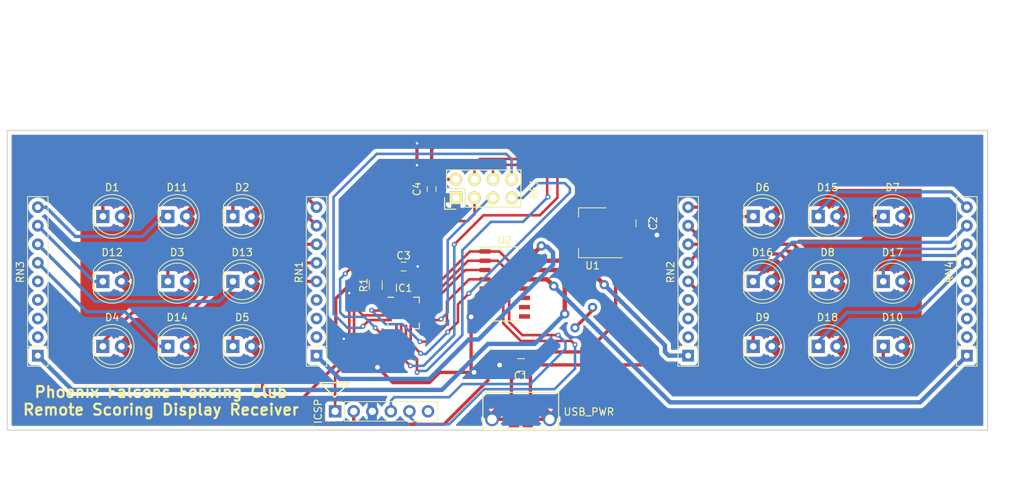
<source format=kicad_pcb>
(kicad_pcb (version 20171130) (host pcbnew "(5.1.8)-1")
  (title_block (title "Wireless Fencing Score Indicator - Receiver") (date 2018-03-03) (rev 1) (company "David Rice - github.com/davidsmakerworks"))
  (layers (0 F.Cu signal) (31 B.Cu signal) (34 B.Paste user) (35 F.Paste user) (36 B.SilkS user) (37 F.SilkS user) (38 B.Mask user) (39 F.Mask user) (44 Edge.Cuts user))
  (net 0 "")
  (net 1 +5V)
  (net 2 GND)
  (net 3 +3V3)
  (net 4 "Net-(D1-Pad1)")
  (net 5 "Net-(D2-Pad1)")
  (net 6 "Net-(D3-Pad1)")
  (net 7 "Net-(D4-Pad1)")
  (net 8 "Net-(D5-Pad1)")
  (net 9 "Net-(D6-Pad1)")
  (net 10 "Net-(D7-Pad1)")
  (net 11 "Net-(D8-Pad1)")
  (net 12 "Net-(D9-Pad1)")
  (net 13 "Net-(D10-Pad1)")
  (net 14 "Net-(D11-Pad1)")
  (net 15 "Net-(D12-Pad1)")
  (net 16 "Net-(D13-Pad1)")
  (net 17 "Net-(D14-Pad1)")
  (net 18 "Net-(D15-Pad1)")
  (net 19 "Net-(D16-Pad1)")
  (net 20 "Net-(D17-Pad1)")
  (net 21 "Net-(D18-Pad1)")
  (net 22 "Net-(IC1-Pad1)")
  (net 23 "Net-(IC1-Pad2)")
  (net 24 "Net-(IC1-Pad3)")
  (net 25 "Net-(IC1-Pad4)")
  (net 26 "Net-(IC1-Pad5)")
  (net 27 "Net-(IC1-Pad6)")
  (net 28 "Net-(IC1-Pad7)")
  (net 29 "Net-(IC1-Pad8)")
  (net 30 "Net-(IC1-Pad9)")
  (net 31 "Net-(IC1-Pad10)")
  (net 32 "Net-(IC1-Pad11)")
  (net 33 "Net-(IC1-Pad12)")
  (net 34 "Net-(IC1-Pad14)")
  (net 35 "Net-(IC1-Pad15)")
  (net 36 "Net-(J1-Pad2)")
  (net 37 "Net-(J1-Pad4)")
  (net 38 "Net-(J1-Pad3)")
  (net 39 "Net-(J2-Pad6)")
  (net 40 "Net-(RN1-Pad1)")
  (net 41 "Net-(RN1-Pad2)")
  (net 42 "Net-(RN1-Pad3)")
  (net 43 "Net-(RN1-Pad4)")
  (net 44 "Net-(RN2-Pad1)")
  (net 45 "Net-(RN2-Pad2)")
  (net 46 "Net-(RN2-Pad3)")
  (net 47 "Net-(RN2-Pad4)")
  (net 48 "Net-(RN3-Pad1)")
  (net 49 "Net-(RN3-Pad2)")
  (net 50 "Net-(RN3-Pad3)")
  (net 51 "Net-(RN3-Pad4)")
  (net 52 "Net-(RN3-Pad5)")
  (net 53 "Net-(RN4-Pad1)")
  (net 54 "Net-(RN4-Pad2)")
  (net 55 "Net-(RN4-Pad3)")
  (net 56 "Net-(RN4-Pad4)")
  (net 57 "Net-(RN4-Pad5)")
  (net 58 "Net-(U1-Pad4)")
  (net 59 "Net-(U2-Pad5)")
  (net 60 "Net-(U2-Pad6)")
  (net 61 "Net-(U2-Pad7)")
  (net 62 "Net-(U2-Pad9)")
  (net 63 "Net-(U2-Pad10)")
  (net 64 "Net-(U2-Pad11)")
  (net 65 "Net-(U2-Pad12)")
  (module Housings_DFN_QFN:QFN-16-1EP_4x4mm_Pitch0.65mm (layer F.Cu) (at 140.17 124.97)
    (fp_text reference IC1 (at 0 -3.4) (layer F.SilkS))
    (fp_text value PIC16F18323-I/JQ)
    (pad 1 smd rect (at -2 -0.975) (size 0.8 0.35) (layers F.Cu F.Paste F.Mask) (net 22 "Net-(IC1-Pad1)"))
    (pad 2 smd rect (at -2 -0.325) (size 0.8 0.35) (layers F.Cu F.Paste F.Mask) (net 23 "Net-(IC1-Pad2)"))
    (pad 3 smd rect (at -2 0.325) (size 0.8 0.35) (layers F.Cu F.Paste F.Mask) (net 24 "Net-(IC1-Pad3)"))
    (pad 4 smd rect (at -2 0.975) (size 0.8 0.35) (layers F.Cu F.Paste F.Mask) (net 25 "Net-(IC1-Pad4)"))
    (pad 5 smd rect (at -0.975 2 90) (size 0.8 0.35) (layers F.Cu F.Paste F.Mask) (net 26 "Net-(IC1-Pad5)"))
    (pad 6 smd rect (at -0.325 2 90) (size 0.8 0.35) (layers F.Cu F.Paste F.Mask) (net 27 "Net-(IC1-Pad6)"))
    (pad 7 smd rect (at 0.325 2 90) (size 0.8 0.35) (layers F.Cu F.Paste F.Mask) (net 28 "Net-(IC1-Pad7)"))
    (pad 8 smd rect (at 0.975 2 90) (size 0.8 0.35) (layers F.Cu F.Paste F.Mask) (net 29 "Net-(IC1-Pad8)"))
    (pad 9 smd rect (at 2 0.975) (size 0.8 0.35) (layers F.Cu F.Paste F.Mask) (net 30 "Net-(IC1-Pad9)"))
    (pad 10 smd rect (at 2 0.325) (size 0.8 0.35) (layers F.Cu F.Paste F.Mask) (net 31 "Net-(IC1-Pad10)"))
    (pad 11 smd rect (at 2 -0.325) (size 0.8 0.35) (layers F.Cu F.Paste F.Mask) (net 32 "Net-(IC1-Pad11)"))
    (pad 12 smd rect (at 2 -0.975) (size 0.8 0.35) (layers F.Cu F.Paste F.Mask) (net 33 "Net-(IC1-Pad12)"))
    (pad 13 smd rect (at 0.975 -2 90) (size 0.8 0.35) (layers F.Cu F.Paste F.Mask) (net 2 GND))
    (pad 14 smd rect (at 0.325 -2 90) (size 0.8 0.35) (layers F.Cu F.Paste F.Mask) (net 34 "Net-(IC1-Pad14)"))
    (pad 15 smd rect (at -0.325 -2 90) (size 0.8 0.35) (layers F.Cu F.Paste F.Mask) (net 35 "Net-(IC1-Pad15)"))
    (pad 16 smd rect (at -0.975 -2 90) (size 0.8 0.35) (layers F.Cu F.Paste F.Mask) (net 1 +5V))
  )
  (module Capacitors_SMD:C_0805 (layer F.Cu) (at 156.21 132.08 180)
    (fp_text reference C1 (at 0 -1.5 180) (layer F.SilkS))
    (fp_text value 10uF)
    (pad 1 smd rect (at -1 0 180) (size 1 1.25) (layers F.Cu F.Paste F.Mask) (net 1 +5V))
    (pad 2 smd rect (at 1 0 180) (size 1 1.25) (layers F.Cu F.Paste F.Mask) (net 2 GND))
  )
  (module Capacitors_SMD:C_0805 (layer F.Cu) (at 172.8 112.7 270)
    (fp_text reference C2 (at 0 -1.5 270) (layer F.SilkS))
    (fp_text value 1uF)
    (pad 1 smd rect (at -1 0 270) (size 1 1.25) (layers F.Cu F.Paste F.Mask) (net 3 +3V3))
    (pad 2 smd rect (at 1 0 270) (size 1 1.25) (layers F.Cu F.Paste F.Mask) (net 2 GND))
  )
  (module Capacitors_SMD:C_0603 (layer F.Cu) (at 140.17 118.62)
    (fp_text reference C3 (at 0 -1.5) (layer F.SilkS))
    (fp_text value 0.1uF)
    (pad 2 smd rect (at 0.75 0) (size 0.8 0.75) (layers F.Cu F.Paste F.Mask) (net 2 GND))
    (pad 1 smd rect (at -0.75 0) (size 0.8 0.75) (layers F.Cu F.Paste F.Mask) (net 1 +5V))
  )
  (module Capacitors_SMD:C_0603 (layer F.Cu) (at 144 108 270)
    (fp_text reference C4 (at 0 2 270) (layer F.SilkS))
    (fp_text value 0.1uF)
    (pad 2 smd rect (at 0.75 0 270) (size 0.8 0.75) (layers F.Cu F.Paste F.Mask) (net 2 GND))
    (pad 1 smd rect (at -0.75 0 270) (size 0.8 0.75) (layers F.Cu F.Paste F.Mask) (net 3 +3V3))
  )
  (module LEDs:LED_D5.0mm (layer F.Cu) (at 99.06 111.76)
    (fp_text reference D1 (at 1.27 -3.96) (layer F.SilkS))
    (fp_text value RED)
    (pad 1 thru_hole rect (at 0 0) (size 1.8 1.8) (drill 0.9) (layers *.Cu *.Mask) (net 4 "Net-(D1-Pad1)"))
    (pad 2 thru_hole circle (at 2.54 0) (size 1.8 1.8) (drill 0.9) (layers *.Cu *.Mask) (net 1 +5V))
  )
  (module LEDs:LED_D5.0mm (layer F.Cu) (at 116.84 111.76)
    (fp_text reference D2 (at 1.27 -3.96) (layer F.SilkS))
    (fp_text value RED)
    (pad 1 thru_hole rect (at 0 0) (size 1.8 1.8) (drill 0.9) (layers *.Cu *.Mask) (net 5 "Net-(D2-Pad1)"))
    (pad 2 thru_hole circle (at 2.54 0) (size 1.8 1.8) (drill 0.9) (layers *.Cu *.Mask) (net 1 +5V))
  )
  (module LEDs:LED_D5.0mm (layer F.Cu) (at 107.95 120.65)
    (fp_text reference D3 (at 1.27 -3.96) (layer F.SilkS))
    (fp_text value RED)
    (pad 1 thru_hole rect (at 0 0) (size 1.8 1.8) (drill 0.9) (layers *.Cu *.Mask) (net 6 "Net-(D3-Pad1)"))
    (pad 2 thru_hole circle (at 2.54 0) (size 1.8 1.8) (drill 0.9) (layers *.Cu *.Mask) (net 1 +5V))
  )
  (module LEDs:LED_D5.0mm (layer F.Cu) (at 99.06 129.54)
    (fp_text reference D4 (at 1.27 -3.96) (layer F.SilkS))
    (fp_text value RED)
    (pad 1 thru_hole rect (at 0 0) (size 1.8 1.8) (drill 0.9) (layers *.Cu *.Mask) (net 7 "Net-(D4-Pad1)"))
    (pad 2 thru_hole circle (at 2.54 0) (size 1.8 1.8) (drill 0.9) (layers *.Cu *.Mask) (net 1 +5V))
  )
  (module LEDs:LED_D5.0mm (layer F.Cu) (at 116.84 129.54)
    (fp_text reference D5 (at 1.27 -3.96) (layer F.SilkS))
    (fp_text value RED)
    (pad 1 thru_hole rect (at 0 0) (size 1.8 1.8) (drill 0.9) (layers *.Cu *.Mask) (net 8 "Net-(D5-Pad1)"))
    (pad 2 thru_hole circle (at 2.54 0) (size 1.8 1.8) (drill 0.9) (layers *.Cu *.Mask) (net 1 +5V))
  )
  (module LEDs:LED_D5.0mm (layer F.Cu) (at 187.96 111.76)
    (fp_text reference D6 (at 1.27 -3.96) (layer F.SilkS))
    (fp_text value GREEN)
    (pad 1 thru_hole rect (at 0 0) (size 1.8 1.8) (drill 0.9) (layers *.Cu *.Mask) (net 9 "Net-(D6-Pad1)"))
    (pad 2 thru_hole circle (at 2.54 0) (size 1.8 1.8) (drill 0.9) (layers *.Cu *.Mask) (net 1 +5V))
  )
  (module LEDs:LED_D5.0mm (layer F.Cu) (at 205.74 111.76)
    (fp_text reference D7 (at 1.27 -3.96) (layer F.SilkS))
    (fp_text value GREEN)
    (pad 1 thru_hole rect (at 0 0) (size 1.8 1.8) (drill 0.9) (layers *.Cu *.Mask) (net 10 "Net-(D7-Pad1)"))
    (pad 2 thru_hole circle (at 2.54 0) (size 1.8 1.8) (drill 0.9) (layers *.Cu *.Mask) (net 1 +5V))
  )
  (module LEDs:LED_D5.0mm (layer F.Cu) (at 196.85 120.65)
    (fp_text reference D8 (at 1.27 -3.96) (layer F.SilkS))
    (fp_text value GREEN)
    (pad 1 thru_hole rect (at 0 0) (size 1.8 1.8) (drill 0.9) (layers *.Cu *.Mask) (net 11 "Net-(D8-Pad1)"))
    (pad 2 thru_hole circle (at 2.54 0) (size 1.8 1.8) (drill 0.9) (layers *.Cu *.Mask) (net 1 +5V))
  )
  (module LEDs:LED_D5.0mm (layer F.Cu) (at 187.96 129.54)
    (fp_text reference D9 (at 1.27 -3.96) (layer F.SilkS))
    (fp_text value GREEN)
    (pad 1 thru_hole rect (at 0 0) (size 1.8 1.8) (drill 0.9) (layers *.Cu *.Mask) (net 12 "Net-(D9-Pad1)"))
    (pad 2 thru_hole circle (at 2.54 0) (size 1.8 1.8) (drill 0.9) (layers *.Cu *.Mask) (net 1 +5V))
  )
  (module LEDs:LED_D5.0mm (layer F.Cu) (at 205.74 129.54)
    (fp_text reference D10 (at 1.27 -3.96) (layer F.SilkS))
    (fp_text value GREEN)
    (pad 1 thru_hole rect (at 0 0) (size 1.8 1.8) (drill 0.9) (layers *.Cu *.Mask) (net 13 "Net-(D10-Pad1)"))
    (pad 2 thru_hole circle (at 2.54 0) (size 1.8 1.8) (drill 0.9) (layers *.Cu *.Mask) (net 1 +5V))
  )
  (module LEDs:LED_D5.0mm (layer F.Cu) (at 107.95 111.76)
    (fp_text reference D11 (at 1.27 -3.96) (layer F.SilkS))
    (fp_text value WHITE)
    (pad 1 thru_hole rect (at 0 0) (size 1.8 1.8) (drill 0.9) (layers *.Cu *.Mask) (net 14 "Net-(D11-Pad1)"))
    (pad 2 thru_hole circle (at 2.54 0) (size 1.8 1.8) (drill 0.9) (layers *.Cu *.Mask) (net 1 +5V))
  )
  (module LEDs:LED_D5.0mm (layer F.Cu) (at 99.06 120.65)
    (fp_text reference D12 (at 1.27 -3.96) (layer F.SilkS))
    (fp_text value WHITE)
    (pad 1 thru_hole rect (at 0 0) (size 1.8 1.8) (drill 0.9) (layers *.Cu *.Mask) (net 15 "Net-(D12-Pad1)"))
    (pad 2 thru_hole circle (at 2.54 0) (size 1.8 1.8) (drill 0.9) (layers *.Cu *.Mask) (net 1 +5V))
  )
  (module LEDs:LED_D5.0mm (layer F.Cu) (at 116.84 120.65)
    (fp_text reference D13 (at 1.27 -3.96) (layer F.SilkS))
    (fp_text value WHITE)
    (pad 1 thru_hole rect (at 0 0) (size 1.8 1.8) (drill 0.9) (layers *.Cu *.Mask) (net 16 "Net-(D13-Pad1)"))
    (pad 2 thru_hole circle (at 2.54 0) (size 1.8 1.8) (drill 0.9) (layers *.Cu *.Mask) (net 1 +5V))
  )
  (module LEDs:LED_D5.0mm (layer F.Cu) (at 107.95 129.54)
    (fp_text reference D14 (at 1.27 -3.96) (layer F.SilkS))
    (fp_text value WHITE)
    (pad 1 thru_hole rect (at 0 0) (size 1.8 1.8) (drill 0.9) (layers *.Cu *.Mask) (net 17 "Net-(D14-Pad1)"))
    (pad 2 thru_hole circle (at 2.54 0) (size 1.8 1.8) (drill 0.9) (layers *.Cu *.Mask) (net 1 +5V))
  )
  (module LEDs:LED_D5.0mm (layer F.Cu) (at 196.85 111.76)
    (fp_text reference D15 (at 1.27 -3.96) (layer F.SilkS))
    (fp_text value WHITE)
    (pad 1 thru_hole rect (at 0 0) (size 1.8 1.8) (drill 0.9) (layers *.Cu *.Mask) (net 18 "Net-(D15-Pad1)"))
    (pad 2 thru_hole circle (at 2.54 0) (size 1.8 1.8) (drill 0.9) (layers *.Cu *.Mask) (net 1 +5V))
  )
  (module LEDs:LED_D5.0mm (layer F.Cu) (at 187.96 120.65)
    (fp_text reference D16 (at 1.27 -3.96) (layer F.SilkS))
    (fp_text value WHITE)
    (pad 1 thru_hole rect (at 0 0) (size 1.8 1.8) (drill 0.9) (layers *.Cu *.Mask) (net 19 "Net-(D16-Pad1)"))
    (pad 2 thru_hole circle (at 2.54 0) (size 1.8 1.8) (drill 0.9) (layers *.Cu *.Mask) (net 1 +5V))
  )
  (module LEDs:LED_D5.0mm (layer F.Cu) (at 205.74 120.65)
    (fp_text reference D17 (at 1.27 -3.96) (layer F.SilkS))
    (fp_text value WHITE)
    (pad 1 thru_hole rect (at 0 0) (size 1.8 1.8) (drill 0.9) (layers *.Cu *.Mask) (net 20 "Net-(D17-Pad1)"))
    (pad 2 thru_hole circle (at 2.54 0) (size 1.8 1.8) (drill 0.9) (layers *.Cu *.Mask) (net 1 +5V))
  )
  (module LEDs:LED_D5.0mm (layer F.Cu) (at 196.85 129.54)
    (fp_text reference D18 (at 1.27 -3.96) (layer F.SilkS))
    (fp_text value WHITE)
    (pad 1 thru_hole rect (at 0 0) (size 1.8 1.8) (drill 0.9) (layers *.Cu *.Mask) (net 21 "Net-(D18-Pad1)"))
    (pad 2 thru_hole circle (at 2.54 0) (size 1.8 1.8) (drill 0.9) (layers *.Cu *.Mask) (net 1 +5V))
  )
  (module DavidsMakerWorks_Custom:Molex_105164-0001_MicroUSB (layer F.Cu) (at 156.21 140.97 90)
    (fp_text reference USB_PWR (at 2.47 9.29 180) (layer F.SilkS))
    (fp_text value USB_OTG)
    (pad 6 smd rect (at 1.3 0.9375 90) (size 1.9 1.375) (layers F.Cu F.Paste F.Mask) (net 2 GND))
    (pad 6 smd rect (at 1.3 -0.9375 90) (size 1.9 1.375) (layers F.Cu F.Paste F.Mask) (net 2 GND))
    (pad 6 smd rect (at 3.75 -2.4625 90) (size 2.1 1.475) (layers F.Cu F.Paste F.Mask) (net 2 GND))
    (pad 1 smd rect (at 4.11 1.3 90) (size 1.38 0.45) (layers F.Cu F.Paste F.Mask) (net 1 +5V))
    (pad 2 smd rect (at 4.11 0.65 90) (size 1.38 0.45) (layers F.Cu F.Paste F.Mask) (net 36 "Net-(J1-Pad2)"))
    (pad 5 smd rect (at 4.11 -1.3 90) (size 1.38 0.45) (layers F.Cu F.Paste F.Mask) (net 2 GND))
    (pad 4 smd rect (at 4.11 -0.65 90) (size 1.38 0.45) (layers F.Cu F.Paste F.Mask) (net 37 "Net-(J1-Pad4)"))
    (pad 6 thru_hole circle (at 1.45 3.95 90) (size 1.9 1.9) (drill 1.3) (layers *.Cu *.Mask) (net 2 GND))
    (pad 6 thru_hole circle (at 1.45 -3.95 90) (size 1.9 1.9) (drill 1.3) (layers *.Cu *.Mask) (net 2 GND))
    (pad 3 smd rect (at 4.11 0 90) (size 1.38 0.45) (layers F.Cu F.Paste F.Mask) (net 38 "Net-(J1-Pad3)"))
    (pad 6 smd rect (at 3.75 2.4625 90) (size 2.1 1.475) (layers F.Cu F.Paste F.Mask) (net 2 GND))
  )
  (module Pin_Headers:Pin_Header_Straight_1x06_Pitch2.54mm (layer F.Cu) (at 130.81 138.43 90)
    (fp_text reference ICSP (at 0 -2.33 90) (layer F.SilkS))
    (fp_text value Conn_01x06)
    (pad 1 thru_hole rect (at 0 0 90) (size 1.7 1.7) (drill 1) (layers *.Cu *.Mask) (net 24 "Net-(IC1-Pad3)"))
    (pad 2 thru_hole oval (at 0 2.54 90) (size 1.7 1.7) (drill 1) (layers *.Cu *.Mask) (net 1 +5V))
    (pad 3 thru_hole oval (at 0 5.08 90) (size 1.7 1.7) (drill 1) (layers *.Cu *.Mask) (net 2 GND))
    (pad 4 thru_hole oval (at 0 7.62 90) (size 1.7 1.7) (drill 1) (layers *.Cu *.Mask) (net 33 "Net-(IC1-Pad12)"))
    (pad 5 thru_hole oval (at 0 10.16 90) (size 1.7 1.7) (drill 1) (layers *.Cu *.Mask) (net 32 "Net-(IC1-Pad11)"))
    (pad 6 thru_hole oval (at 0 12.7 90) (size 1.7 1.7) (drill 1) (layers *.Cu *.Mask) (net 39 "Net-(J2-Pad6)"))
  )
  (module Resistors_SMD:R_0805 (layer F.Cu) (at 136.36 121.16 90)
    (fp_text reference R1 (at 0 -1.65 90) (layer F.SilkS))
    (fp_text value 10K)
    (pad 1 smd rect (at -0.95 0 90) (size 0.7 1.3) (layers F.Cu F.Paste F.Mask) (net 24 "Net-(IC1-Pad3)"))
    (pad 2 smd rect (at 0.95 0 90) (size 0.7 1.3) (layers F.Cu F.Paste F.Mask) (net 1 +5V))
  )
  (module DavidsMakerWorks_Custom:nRF24L01+-Module (layer F.Cu) (at 147.32 109.22 90)
    (fp_text reference RF1 (at 1.22 10.68 90) (layer F.SilkS))
    (fp_text value nRF24L01+-MOD)
    (pad 1 thru_hole rect (at 0 0 90) (size 1.7272 1.7272) (drill 1.016) (layers *.Cu *.Mask F.SilkS) (net 2 GND))
    (pad 2 thru_hole oval (at 2.54 0 90) (size 1.7272 1.7272) (drill 1.016) (layers *.Cu *.Mask F.SilkS) (net 3 +3V3))
    (pad 3 thru_hole oval (at 0 2.54 90) (size 1.7272 1.7272) (drill 1.016) (layers *.Cu *.Mask F.SilkS) (net 26 "Net-(IC1-Pad5)"))
    (pad 4 thru_hole oval (at 2.54 2.54 90) (size 1.7272 1.7272) (drill 1.016) (layers *.Cu *.Mask F.SilkS) (net 27 "Net-(IC1-Pad6)"))
    (pad 5 thru_hole oval (at 0 5.08 90) (size 1.7272 1.7272) (drill 1.016) (layers *.Cu *.Mask F.SilkS) (net 30 "Net-(IC1-Pad9)"))
    (pad 6 thru_hole oval (at 2.54 5.08 90) (size 1.7272 1.7272) (drill 1.016) (layers *.Cu *.Mask F.SilkS) (net 28 "Net-(IC1-Pad7)"))
    (pad 7 thru_hole oval (at 0 7.62 90) (size 1.7272 1.7272) (drill 1.016) (layers *.Cu *.Mask F.SilkS) (net 29 "Net-(IC1-Pad8)"))
    (pad 8 thru_hole oval (at 2.54 7.62 90) (size 1.7272 1.7272) (drill 1.016) (layers *.Cu *.Mask F.SilkS) (net 25 "Net-(IC1-Pad4)"))
  )
  (module Resistors_THT:R_Array_SIP9 (layer F.Cu) (at 128.27 130.81 90)
    (fp_text reference RN1 (at 11.43 -2.4 90) (layer F.SilkS))
    (fp_text value 330)
    (pad 1 thru_hole rect (at 0 0 90) (size 1.6 1.6) (drill 0.8) (layers *.Cu *.Mask) (net 40 "Net-(RN1-Pad1)"))
    (pad 2 thru_hole oval (at 2.54 0 90) (size 1.6 1.6) (drill 0.8) (layers *.Cu *.Mask) (net 41 "Net-(RN1-Pad2)"))
    (pad 3 thru_hole oval (at 5.08 0 90) (size 1.6 1.6) (drill 0.8) (layers *.Cu *.Mask) (net 42 "Net-(RN1-Pad3)"))
    (pad 4 thru_hole oval (at 7.62 0 90) (size 1.6 1.6) (drill 0.8) (layers *.Cu *.Mask) (net 43 "Net-(RN1-Pad4)"))
    (pad 5 thru_hole oval (at 10.16 0 90) (size 1.6 1.6) (drill 0.8) (layers *.Cu *.Mask) (net 8 "Net-(D5-Pad1)"))
    (pad 6 thru_hole oval (at 12.7 0 90) (size 1.6 1.6) (drill 0.8) (layers *.Cu *.Mask) (net 7 "Net-(D4-Pad1)"))
    (pad 7 thru_hole oval (at 15.24 0 90) (size 1.6 1.6) (drill 0.8) (layers *.Cu *.Mask) (net 6 "Net-(D3-Pad1)"))
    (pad 8 thru_hole oval (at 17.78 0 90) (size 1.6 1.6) (drill 0.8) (layers *.Cu *.Mask) (net 5 "Net-(D2-Pad1)"))
    (pad 9 thru_hole oval (at 20.32 0 90) (size 1.6 1.6) (drill 0.8) (layers *.Cu *.Mask) (net 4 "Net-(D1-Pad1)"))
  )
  (module Resistors_THT:R_Array_SIP9 (layer F.Cu) (at 179.07 130.81 90)
    (fp_text reference RN2 (at 11.43 -2.4 90) (layer F.SilkS))
    (fp_text value 330)
    (pad 1 thru_hole rect (at 0 0 90) (size 1.6 1.6) (drill 0.8) (layers *.Cu *.Mask) (net 44 "Net-(RN2-Pad1)"))
    (pad 2 thru_hole oval (at 2.54 0 90) (size 1.6 1.6) (drill 0.8) (layers *.Cu *.Mask) (net 45 "Net-(RN2-Pad2)"))
    (pad 3 thru_hole oval (at 5.08 0 90) (size 1.6 1.6) (drill 0.8) (layers *.Cu *.Mask) (net 46 "Net-(RN2-Pad3)"))
    (pad 4 thru_hole oval (at 7.62 0 90) (size 1.6 1.6) (drill 0.8) (layers *.Cu *.Mask) (net 47 "Net-(RN2-Pad4)"))
    (pad 5 thru_hole oval (at 10.16 0 90) (size 1.6 1.6) (drill 0.8) (layers *.Cu *.Mask) (net 13 "Net-(D10-Pad1)"))
    (pad 6 thru_hole oval (at 12.7 0 90) (size 1.6 1.6) (drill 0.8) (layers *.Cu *.Mask) (net 12 "Net-(D9-Pad1)"))
    (pad 7 thru_hole oval (at 15.24 0 90) (size 1.6 1.6) (drill 0.8) (layers *.Cu *.Mask) (net 11 "Net-(D8-Pad1)"))
    (pad 8 thru_hole oval (at 17.78 0 90) (size 1.6 1.6) (drill 0.8) (layers *.Cu *.Mask) (net 10 "Net-(D7-Pad1)"))
    (pad 9 thru_hole oval (at 20.32 0 90) (size 1.6 1.6) (drill 0.8) (layers *.Cu *.Mask) (net 9 "Net-(D6-Pad1)"))
  )
  (module Resistors_THT:R_Array_SIP9 (layer F.Cu) (at 90.17 130.81 90)
    (fp_text reference RN3 (at 11.43 -2.4 90) (layer F.SilkS))
    (fp_text value 330)
    (pad 1 thru_hole rect (at 0 0 90) (size 1.6 1.6) (drill 0.8) (layers *.Cu *.Mask) (net 48 "Net-(RN3-Pad1)"))
    (pad 2 thru_hole oval (at 2.54 0 90) (size 1.6 1.6) (drill 0.8) (layers *.Cu *.Mask) (net 49 "Net-(RN3-Pad2)"))
    (pad 3 thru_hole oval (at 5.08 0 90) (size 1.6 1.6) (drill 0.8) (layers *.Cu *.Mask) (net 50 "Net-(RN3-Pad3)"))
    (pad 4 thru_hole oval (at 7.62 0 90) (size 1.6 1.6) (drill 0.8) (layers *.Cu *.Mask) (net 51 "Net-(RN3-Pad4)"))
    (pad 5 thru_hole oval (at 10.16 0 90) (size 1.6 1.6) (drill 0.8) (layers *.Cu *.Mask) (net 52 "Net-(RN3-Pad5)"))
    (pad 6 thru_hole oval (at 12.7 0 90) (size 1.6 1.6) (drill 0.8) (layers *.Cu *.Mask) (net 17 "Net-(D14-Pad1)"))
    (pad 7 thru_hole oval (at 15.24 0 90) (size 1.6 1.6) (drill 0.8) (layers *.Cu *.Mask) (net 16 "Net-(D13-Pad1)"))
    (pad 8 thru_hole oval (at 17.78 0 90) (size 1.6 1.6) (drill 0.8) (layers *.Cu *.Mask) (net 15 "Net-(D12-Pad1)"))
    (pad 9 thru_hole oval (at 20.32 0 90) (size 1.6 1.6) (drill 0.8) (layers *.Cu *.Mask) (net 14 "Net-(D11-Pad1)"))
  )
  (module Resistors_THT:R_Array_SIP9 (layer F.Cu) (at 217.17 130.81 90)
    (fp_text reference RN4 (at 11.43 -2.4 90) (layer F.SilkS))
    (fp_text value 330)
    (pad 1 thru_hole rect (at 0 0 90) (size 1.6 1.6) (drill 0.8) (layers *.Cu *.Mask) (net 53 "Net-(RN4-Pad1)"))
    (pad 2 thru_hole oval (at 2.54 0 90) (size 1.6 1.6) (drill 0.8) (layers *.Cu *.Mask) (net 54 "Net-(RN4-Pad2)"))
    (pad 3 thru_hole oval (at 5.08 0 90) (size 1.6 1.6) (drill 0.8) (layers *.Cu *.Mask) (net 55 "Net-(RN4-Pad3)"))
    (pad 4 thru_hole oval (at 7.62 0 90) (size 1.6 1.6) (drill 0.8) (layers *.Cu *.Mask) (net 56 "Net-(RN4-Pad4)"))
    (pad 5 thru_hole oval (at 10.16 0 90) (size 1.6 1.6) (drill 0.8) (layers *.Cu *.Mask) (net 57 "Net-(RN4-Pad5)"))
    (pad 6 thru_hole oval (at 12.7 0 90) (size 1.6 1.6) (drill 0.8) (layers *.Cu *.Mask) (net 21 "Net-(D18-Pad1)"))
    (pad 7 thru_hole oval (at 15.24 0 90) (size 1.6 1.6) (drill 0.8) (layers *.Cu *.Mask) (net 20 "Net-(D17-Pad1)"))
    (pad 8 thru_hole oval (at 17.78 0 90) (size 1.6 1.6) (drill 0.8) (layers *.Cu *.Mask) (net 19 "Net-(D16-Pad1)"))
    (pad 9 thru_hole oval (at 20.32 0 90) (size 1.6 1.6) (drill 0.8) (layers *.Cu *.Mask) (net 18 "Net-(D15-Pad1)"))
  )
  (module TO_SOT_Packages_SMD:SOT-223 (layer F.Cu) (at 166 114 180)
    (fp_text reference U1 (at 0 -4.5 180) (layer F.SilkS))
    (fp_text value MCP1824S33/DB)
    (pad 4 smd rect (at 3.15 0 180) (size 2 3.8) (layers F.Cu F.Paste F.Mask) (net 58 "Net-(U1-Pad4)"))
    (pad 2 smd rect (at -3.15 0 180) (size 2 1.5) (layers F.Cu F.Paste F.Mask) (net 2 GND))
    (pad 3 smd rect (at -3.15 2.3 180) (size 2 1.5) (layers F.Cu F.Paste F.Mask) (net 3 +3V3))
    (pad 1 smd rect (at -3.15 -2.3 180) (size 2 1.5) (layers F.Cu F.Paste F.Mask) (net 1 +5V))
  )
  (module Housings_SOIC:SOIC-16_3.9x9.9mm_Pitch1.27mm (layer F.Cu) (at 154 121)
    (fp_text reference U2 (at 0 -6) (layer F.SilkS))
    (fp_text value ULN2003AD)
    (pad 1 smd rect (at -2.7 -4.445) (size 1.5 0.6) (layers F.Cu F.Paste F.Mask) (net 33 "Net-(IC1-Pad12)"))
    (pad 2 smd rect (at -2.7 -3.175) (size 1.5 0.6) (layers F.Cu F.Paste F.Mask) (net 32 "Net-(IC1-Pad11)"))
    (pad 3 smd rect (at -2.7 -1.905) (size 1.5 0.6) (layers F.Cu F.Paste F.Mask) (net 31 "Net-(IC1-Pad10)"))
    (pad 4 smd rect (at -2.7 -0.635) (size 1.5 0.6) (layers F.Cu F.Paste F.Mask) (net 23 "Net-(IC1-Pad2)"))
    (pad 5 smd rect (at -2.7 0.635) (size 1.5 0.6) (layers F.Cu F.Paste F.Mask) (net 59 "Net-(U2-Pad5)"))
    (pad 6 smd rect (at -2.7 1.905) (size 1.5 0.6) (layers F.Cu F.Paste F.Mask) (net 60 "Net-(U2-Pad6)"))
    (pad 7 smd rect (at -2.7 3.175) (size 1.5 0.6) (layers F.Cu F.Paste F.Mask) (net 61 "Net-(U2-Pad7)"))
    (pad 8 smd rect (at -2.7 4.445) (size 1.5 0.6) (layers F.Cu F.Paste F.Mask) (net 2 GND))
    (pad 9 smd rect (at 2.7 4.445) (size 1.5 0.6) (layers F.Cu F.Paste F.Mask) (net 62 "Net-(U2-Pad9)"))
    (pad 10 smd rect (at 2.7 3.175) (size 1.5 0.6) (layers F.Cu F.Paste F.Mask) (net 63 "Net-(U2-Pad10)"))
    (pad 11 smd rect (at 2.7 1.905) (size 1.5 0.6) (layers F.Cu F.Paste F.Mask) (net 64 "Net-(U2-Pad11)"))
    (pad 12 smd rect (at 2.7 0.635) (size 1.5 0.6) (layers F.Cu F.Paste F.Mask) (net 65 "Net-(U2-Pad12)"))
    (pad 13 smd rect (at 2.7 -0.635) (size 1.5 0.6) (layers F.Cu F.Paste F.Mask) (net 53 "Net-(RN4-Pad1)"))
    (pad 14 smd rect (at 2.7 -1.905) (size 1.5 0.6) (layers F.Cu F.Paste F.Mask) (net 48 "Net-(RN3-Pad1)"))
    (pad 15 smd rect (at 2.7 -3.175) (size 1.5 0.6) (layers F.Cu F.Paste F.Mask) (net 44 "Net-(RN2-Pad1)"))
    (pad 16 smd rect (at 2.7 -4.445) (size 1.5 0.6) (layers F.Cu F.Paste F.Mask) (net 40 "Net-(RN1-Pad1)"))
  )
  (gr_line (start 132.75 134.5) (end 132.25 134.5) (angle 90) (layer F.SilkS) (width 0.2))
  (gr_line (start 130.75 136.5) (end 132.75 134.5) (angle 90) (layer F.SilkS) (width 0.2))
  (gr_line (start 128.75 134.5) (end 132.25 134.5) (angle 90) (layer F.SilkS) (width 0.2))
  (gr_line (start 130.75 136.5) (end 128.75 134.5) (angle 90) (layer F.SilkS) (width 0.2))
  (gr_text "Phoenix Falcons Fencing Club\nRemote Scoring Display Receiver" (at 107 137) (layer F.SilkS) (effects (font (size 1.5 1.5) (thickness 0.3))))
  (gr_line (start 220 100) (end 86 100) (angle 90) (layer Edge.Cuts) (width 0.15))
  (gr_line (start 220 141) (end 220 100) (angle 90) (layer Edge.Cuts) (width 0.15))
  (gr_line (start 86 141) (end 220 141) (angle 90) (layer Edge.Cuts) (width 0.15))
  (gr_line (start 86 100) (end 86 141) (angle 90) (layer Edge.Cuts) (width 0.15))
  (via (at 163.6 127) (size 1.27) (drill 0.635) (layers F.Cu B.Cu) (net 0))
  (via (at 166 124.2) (size 1.27) (drill 0.635) (layers F.Cu B.Cu) (net 0))
  (segment (start 166 124.2) (end 166 124.6) (width 0.45) (layer F.Cu) (net 0))
  (segment (start 166 124.6) (end 163.6 127) (width 0.45) (layer F.Cu) (net 0))
  (segment (start 133.35 138.43) (end 133.35 139.65) (width 0.45) (layer F.Cu) (net 1))
  (segment (start 133.35 139.65) (end 133.9 140.2) (width 0.45) (layer F.Cu) (net 1))
  (segment (start 124.4 138.6) (end 126.6 138.6) (width 0.45) (layer F.Cu) (net 1))
  (segment (start 152.7 130.3) (end 157.21 130.3) (width 0.45) (layer F.Cu) (net 1))
  (segment (start 151.7 131.3) (end 152.7 130.3) (width 0.45) (layer F.Cu) (net 1))
  (segment (start 151.7 134.2) (end 151.7 131.3) (width 0.45) (layer F.Cu) (net 1))
  (segment (start 145.7 140.2) (end 151.7 134.2) (width 0.45) (layer F.Cu) (net 1))
  (segment (start 128.2 140.2) (end 133.9 140.2) (width 0.45) (layer F.Cu) (net 1))
  (segment (start 133.9 140.2) (end 145.7 140.2) (width 0.45) (layer F.Cu) (net 1))
  (segment (start 126.6 138.6) (end 128.2 140.2) (width 0.45) (layer F.Cu) (net 1))
  (segment (start 139.42 118.62) (end 139.42 120.38) (width 0.35) (layer F.Cu) (net 1))
  (segment (start 139.195 120.605) (end 139.195 122.97) (width 0.35) (layer F.Cu) (net 1))
  (segment (start 139.42 120.38) (end 139.195 120.605) (width 0.35) (layer F.Cu) (net 1))
  (segment (start 136.36 120.21) (end 136.36 119.04) (width 0.45) (layer F.Cu) (net 1))
  (segment (start 136.78 118.62) (end 139.42 118.62) (width 0.45) (layer F.Cu) (net 1))
  (segment (start 136.36 119.04) (end 136.78 118.62) (width 0.45) (layer F.Cu) (net 1))
  (segment (start 136.36 120.21) (end 133.69 120.21) (width 0.45) (layer F.Cu) (net 1))
  (segment (start 130.9 132.1) (end 124.4 138.6) (width 0.45) (layer F.Cu) (net 1))
  (segment (start 130.9 123) (end 130.9 132.1) (width 0.45) (layer F.Cu) (net 1))
  (segment (start 133.69 120.21) (end 130.9 123) (width 0.45) (layer F.Cu) (net 1))
  (segment (start 157.21 130.3) (end 165.2 130.3) (width 0.45) (layer F.Cu) (net 1))
  (segment (start 165.2 130.3) (end 169.15 126.35) (width 0.45) (layer F.Cu) (net 1))
  (segment (start 169.15 126.35) (end 169.15 116.3) (width 0.45) (layer F.Cu) (net 1))
  (segment (start 157.21 132.08) (end 157.21 130.3) (width 0.45) (layer F.Cu) (net 1))
  (segment (start 120.9 135.1) (end 120.9 132) (width 0.45) (layer F.Cu) (net 1))
  (segment (start 124.4 138.6) (end 120.9 135.1) (width 0.45) (layer F.Cu) (net 1))
  (segment (start 157.21 132.08) (end 174.68 132.08) (width 0.45) (layer F.Cu) (net 1))
  (segment (start 206.3 135.8) (end 209.9 132.2) (width 0.45) (layer F.Cu) (net 1))
  (segment (start 178.4 135.8) (end 206.3 135.8) (width 0.45) (layer F.Cu) (net 1))
  (segment (start 174.68 132.08) (end 178.4 135.8) (width 0.45) (layer F.Cu) (net 1))
  (segment (start 157.51 136.86) (end 157.51 133.71) (width 0.45) (layer F.Cu) (net 1))
  (segment (start 157.21 133.41) (end 157.21 132.08) (width 0.45) (layer F.Cu) (net 1))
  (segment (start 157.51 133.71) (end 157.21 133.41) (width 0.45) (layer F.Cu) (net 1))
  (via (at 132 128.5) (size 0.6858) (drill 0.3302) (layers F.Cu B.Cu) (net 2))
  (via (at 132.75 122.25) (size 0.6858) (drill 0.3302) (layers F.Cu B.Cu) (net 2))
  (segment (start 132.75 122.25) (end 132.75 127.75) (width 0.35) (layer F.Cu) (net 2))
  (segment (start 132.75 127.75) (end 132 128.5) (width 0.35) (layer F.Cu) (net 2))
  (via (at 142 101.75) (size 0.6858) (drill 0.3302) (layers F.Cu B.Cu) (net 2))
  (via (at 142 104.75) (size 0.6858) (drill 0.3302) (layers F.Cu B.Cu) (net 2))
  (segment (start 142 101.75) (end 142 104.75) (width 0.45) (layer F.Cu) (net 2))
  (segment (start 149.8 133.1) (end 145.1 133.1) (width 0.45) (layer F.Cu) (net 2))
  (via (at 136.6 132.4) (size 1.27) (drill 0.635) (layers F.Cu B.Cu) (net 2))
  (segment (start 138.7 134.5) (end 136.6 132.4) (width 0.45) (layer F.Cu) (net 2))
  (segment (start 143.7 134.5) (end 138.7 134.5) (width 0.45) (layer F.Cu) (net 2))
  (segment (start 145.1 133.1) (end 143.7 134.5) (width 0.45) (layer F.Cu) (net 2))
  (segment (start 153.3 132.1) (end 150.8 132.1) (width 0.45) (layer B.Cu) (net 2))
  (segment (start 153.32 132.08) (end 153.3 132.1) (width 0.45) (layer F.Cu) (net 2))
  (via (at 153.3 132.1) (size 1.27) (drill 0.635) (layers F.Cu B.Cu) (net 2))
  (segment (start 155.21 132.08) (end 153.32 132.08) (width 0.45) (layer F.Cu) (net 2))
  (segment (start 149.455 125.445) (end 149.4 125.5) (width 0.35) (layer F.Cu) (net 2))
  (via (at 149.4 125.5) (size 1.27) (drill 0.635) (layers F.Cu B.Cu) (net 2))
  (segment (start 149.455 125.445) (end 151.3 125.445) (width 0.35) (layer F.Cu) (net 2))
  (segment (start 149.4 132.7) (end 149.4 125.5) (width 0.45) (layer F.Cu) (net 2))
  (segment (start 149.8 133.1) (end 149.4 132.7) (width 0.45) (layer F.Cu) (net 2))
  (via (at 149.8 133.1) (size 1.27) (drill 0.635) (layers F.Cu B.Cu) (net 2))
  (segment (start 150.8 132.1) (end 149.8 133.1) (width 0.45) (layer B.Cu) (net 2))
  (segment (start 140.92 118.62) (end 142.08 118.62) (width 0.35) (layer F.Cu) (net 2))
  (via (at 142.1 118.6) (size 0.6858) (drill 0.3302) (layers F.Cu B.Cu) (net 2))
  (segment (start 142.08 118.62) (end 142.1 118.6) (width 0.35) (layer F.Cu) (net 2))
  (segment (start 140.92 118.62) (end 140.92 120.92) (width 0.35) (layer F.Cu) (net 2))
  (segment (start 141.145 121.145) (end 141.145 122.97) (width 0.35) (layer F.Cu) (net 2))
  (segment (start 140.92 120.92) (end 141.145 121.145) (width 0.35) (layer F.Cu) (net 2))
  (segment (start 169.15 114) (end 171 114) (width 0.45) (layer F.Cu) (net 2))
  (segment (start 171.3 113.7) (end 172.8 113.7) (width 0.45) (layer F.Cu) (net 2))
  (segment (start 171 114) (end 171.3 113.7) (width 0.45) (layer F.Cu) (net 2))
  (segment (start 172.8 113.7) (end 174.2 113.7) (width 0.45) (layer F.Cu) (net 2))
  (via (at 174.8 114.3) (size 1.27) (drill 0.635) (layers F.Cu B.Cu) (net 2))
  (segment (start 174.2 113.7) (end 174.8 114.3) (width 0.45) (layer F.Cu) (net 2))
  (segment (start 144 108.75) (end 144.45 108.75) (width 0.45) (layer F.Cu) (net 2))
  (segment (start 144.92 109.22) (end 147.32 109.22) (width 0.45) (layer F.Cu) (net 2))
  (segment (start 144.45 108.75) (end 144.92 109.22) (width 0.45) (layer F.Cu) (net 2))
  (segment (start 152.26 139.52) (end 155.1225 139.52) (width 0.45) (layer F.Cu) (net 2))
  (segment (start 155.1225 139.52) (end 155.2725 139.67) (width 0.45) (layer F.Cu) (net 2))
  (segment (start 160.16 139.52) (end 157.2975 139.52) (width 0.45) (layer F.Cu) (net 2))
  (segment (start 157.2975 139.52) (end 157.1475 139.67) (width 0.45) (layer F.Cu) (net 2))
  (segment (start 160.16 139.52) (end 160.16 138.7075) (width 0.45) (layer F.Cu) (net 2))
  (segment (start 160.16 138.7075) (end 158.6725 137.22) (width 0.45) (layer F.Cu) (net 2))
  (segment (start 152.26 139.52) (end 152.26 138.7075) (width 0.45) (layer F.Cu) (net 2))
  (segment (start 152.26 138.7075) (end 153.7475 137.22) (width 0.45) (layer F.Cu) (net 2))
  (segment (start 155.2725 139.67) (end 157.1475 139.67) (width 0.45) (layer F.Cu) (net 2))
  (segment (start 154.91 136.86) (end 154.91 134.09) (width 0.45) (layer F.Cu) (net 2))
  (segment (start 155.21 133.79) (end 155.21 132.08) (width 0.45) (layer F.Cu) (net 2))
  (segment (start 154.91 134.09) (end 155.21 133.79) (width 0.45) (layer F.Cu) (net 2))
  (segment (start 172.8 111.7) (end 172.8 110.5) (width 0.45) (layer F.Cu) (net 3))
  (segment (start 144 102.6) (end 144 107.25) (width 0.45) (layer F.Cu) (net 3))
  (segment (start 144.4 102.2) (end 144 102.6) (width 0.45) (layer F.Cu) (net 3))
  (segment (start 164.5 102.2) (end 144.4 102.2) (width 0.45) (layer F.Cu) (net 3))
  (segment (start 172.8 110.5) (end 164.5 102.2) (width 0.45) (layer F.Cu) (net 3))
  (segment (start 169.15 111.7) (end 172.8 111.7) (width 0.45) (layer F.Cu) (net 3))
  (segment (start 144 107.25) (end 144.55 107.25) (width 0.45) (layer F.Cu) (net 3))
  (segment (start 144.55 107.25) (end 145.12 106.68) (width 0.45) (layer F.Cu) (net 3))
  (segment (start 145.12 106.68) (end 147.32 106.68) (width 0.45) (layer F.Cu) (net 3))
  (segment (start 99.06 111.76) (end 99.06 107.84) (width 0.45) (layer F.Cu) (net 4))
  (segment (start 123.48 105.7) (end 128.27 110.49) (width 0.45) (layer F.Cu) (net 4))
  (segment (start 101.2 105.7) (end 123.48 105.7) (width 0.45) (layer F.Cu) (net 4))
  (segment (start 99.06 107.84) (end 101.2 105.7) (width 0.45) (layer F.Cu) (net 4))
  (segment (start 116.84 111.76) (end 116.84 109.76) (width 0.45) (layer F.Cu) (net 5))
  (segment (start 122.44 107.2) (end 128.27 113.03) (width 0.45) (layer F.Cu) (net 5))
  (segment (start 119.4 107.2) (end 122.44 107.2) (width 0.45) (layer F.Cu) (net 5))
  (segment (start 116.84 109.76) (end 119.4 107.2) (width 0.45) (layer F.Cu) (net 5))
  (segment (start 107.95 120.65) (end 107.95 119.05) (width 0.45) (layer F.Cu) (net 6))
  (segment (start 111.43 115.57) (end 128.27 115.57) (width 0.45) (layer F.Cu) (net 6))
  (segment (start 107.95 119.05) (end 111.43 115.57) (width 0.45) (layer F.Cu) (net 6))
  (segment (start 99.06 129.54) (end 99.06 128.94) (width 0.45) (layer F.Cu) (net 7))
  (segment (start 99.06 128.94) (end 103.1 124.9) (width 0.45) (layer F.Cu) (net 7))
  (segment (start 103.1 124.9) (end 111 124.9) (width 0.45) (layer F.Cu) (net 7))
  (segment (start 111 124.9) (end 114 121.9) (width 0.45) (layer F.Cu) (net 7))
  (segment (start 114 121.9) (end 114 118.3) (width 0.45) (layer F.Cu) (net 7))
  (segment (start 114 118.3) (end 115.3 117) (width 0.45) (layer F.Cu) (net 7))
  (segment (start 115.3 117) (end 124.9 117) (width 0.45) (layer F.Cu) (net 7))
  (segment (start 124.9 117) (end 126.01 118.11) (width 0.45) (layer F.Cu) (net 7))
  (segment (start 126.01 118.11) (end 128.27 118.11) (width 0.45) (layer F.Cu) (net 7))
  (segment (start 116.84 129.54) (end 116.84 126.96) (width 0.45) (layer F.Cu) (net 8))
  (segment (start 126.25 120.65) (end 128.27 120.65) (width 0.45) (layer F.Cu) (net 8))
  (segment (start 123.5 123.4) (end 126.25 120.65) (width 0.45) (layer F.Cu) (net 8))
  (segment (start 120.4 123.4) (end 123.5 123.4) (width 0.45) (layer F.Cu) (net 8))
  (segment (start 116.84 126.96) (end 120.4 123.4) (width 0.45) (layer F.Cu) (net 8))
  (segment (start 187.96 111.76) (end 184.56 111.76) (width 0.45) (layer F.Cu) (net 9))
  (segment (start 183.29 110.49) (end 179.07 110.49) (width 0.45) (layer F.Cu) (net 9))
  (segment (start 184.56 111.76) (end 183.29 110.49) (width 0.45) (layer F.Cu) (net 9))
  (segment (start 205.74 111.76) (end 204.74 111.76) (width 0.45) (layer F.Cu) (net 10))
  (segment (start 180.24 114.2) (end 179.07 113.03) (width 0.45) (layer F.Cu) (net 10))
  (segment (start 202.3 114.2) (end 180.24 114.2) (width 0.45) (layer F.Cu) (net 10))
  (segment (start 204.74 111.76) (end 202.3 114.2) (width 0.45) (layer F.Cu) (net 10))
  (segment (start 196.85 120.65) (end 196.85 118.95) (width 0.45) (layer F.Cu) (net 11))
  (segment (start 193.47 115.57) (end 179.07 115.57) (width 0.45) (layer F.Cu) (net 11))
  (segment (start 196.85 118.95) (end 193.47 115.57) (width 0.45) (layer F.Cu) (net 11))
  (segment (start 187.96 129.54) (end 187.96 127.94) (width 0.45) (layer F.Cu) (net 12))
  (segment (start 180.28 116.9) (end 179.07 118.11) (width 0.45) (layer F.Cu) (net 12))
  (segment (start 191.7 116.9) (end 180.28 116.9) (width 0.45) (layer F.Cu) (net 12))
  (segment (start 193.6 118.8) (end 191.7 116.9) (width 0.45) (layer F.Cu) (net 12))
  (segment (start 193.6 122.3) (end 193.6 118.8) (width 0.45) (layer F.Cu) (net 12))
  (segment (start 187.96 127.94) (end 193.6 122.3) (width 0.45) (layer F.Cu) (net 12))
  (segment (start 205.74 129.54) (end 205.74 131.06) (width 0.45) (layer F.Cu) (net 13))
  (segment (start 182.6 124.18) (end 179.07 120.65) (width 0.45) (layer F.Cu) (net 13))
  (segment (start 182.6 131.7) (end 182.6 124.18) (width 0.45) (layer F.Cu) (net 13))
  (segment (start 185.3 134.4) (end 182.6 131.7) (width 0.45) (layer F.Cu) (net 13))
  (segment (start 202.4 134.4) (end 185.3 134.4) (width 0.45) (layer F.Cu) (net 13))
  (segment (start 205.74 131.06) (end 202.4 134.4) (width 0.45) (layer F.Cu) (net 13))
  (segment (start 107.95 111.76) (end 107.24 111.76) (width 0.45) (layer B.Cu) (net 14))
  (segment (start 107.24 111.76) (end 104.5 114.5) (width 0.45) (layer B.Cu) (net 14))
  (segment (start 104.5 114.5) (end 95.3 114.5) (width 0.45) (layer B.Cu) (net 14))
  (segment (start 95.3 114.5) (end 91.29 110.49) (width 0.45) (layer B.Cu) (net 14))
  (segment (start 91.29 110.49) (end 90.17 110.49) (width 0.45) (layer B.Cu) (net 14))
  (segment (start 99.06 120.65) (end 97.79 120.65) (width 0.45) (layer B.Cu) (net 15))
  (segment (start 97.79 120.65) (end 90.17 113.03) (width 0.45) (layer B.Cu) (net 15))
  (segment (start 116.84 120.65) (end 116.84 121.46) (width 0.45) (layer B.Cu) (net 16))
  (segment (start 116.84 121.46) (end 114.9 123.4) (width 0.45) (layer B.Cu) (net 16))
  (segment (start 114.9 123.4) (end 98 123.4) (width 0.45) (layer B.Cu) (net 16))
  (segment (start 98 123.4) (end 90.17 115.57) (width 0.45) (layer B.Cu) (net 16))
  (segment (start 107.95 129.54) (end 106.84 129.54) (width 0.45) (layer B.Cu) (net 17))
  (segment (start 96.86 124.8) (end 90.17 118.11) (width 0.45) (layer B.Cu) (net 17))
  (segment (start 102.1 124.8) (end 96.86 124.8) (width 0.45) (layer B.Cu) (net 17))
  (segment (start 106.84 129.54) (end 102.1 124.8) (width 0.45) (layer B.Cu) (net 17))
  (segment (start 196.85 111.76) (end 196.85 111.05) (width 0.45) (layer B.Cu) (net 18))
  (segment (start 196.85 111.05) (end 199.5 108.4) (width 0.45) (layer B.Cu) (net 18))
  (segment (start 199.5 108.4) (end 215.08 108.4) (width 0.45) (layer B.Cu) (net 18))
  (segment (start 215.08 108.4) (end 217.17 110.49) (width 0.45) (layer B.Cu) (net 18))
  (segment (start 187.96 120.65) (end 187.96 120.64) (width 0.45) (layer B.Cu) (net 19))
  (segment (start 187.96 120.64) (end 193.3 115.3) (width 0.45) (layer B.Cu) (net 19))
  (segment (start 193.3 115.3) (end 214.9 115.3) (width 0.45) (layer B.Cu) (net 19))
  (segment (start 214.9 115.3) (end 217.17 113.03) (width 0.45) (layer B.Cu) (net 19))
  (segment (start 205.74 120.65) (end 205.74 118.76) (width 0.45) (layer B.Cu) (net 20))
  (segment (start 215.64 117.1) (end 217.17 115.57) (width 0.45) (layer B.Cu) (net 20))
  (segment (start 207.4 117.1) (end 215.64 117.1) (width 0.45) (layer B.Cu) (net 20))
  (segment (start 205.74 118.76) (end 207.4 117.1) (width 0.45) (layer B.Cu) (net 20))
  (segment (start 196.85 129.54) (end 196.85 128.85) (width 0.45) (layer B.Cu) (net 21))
  (segment (start 196.85 128.85) (end 200.8 124.9) (width 0.45) (layer B.Cu) (net 21))
  (segment (start 200.8 124.9) (end 210.38 124.9) (width 0.45) (layer B.Cu) (net 21))
  (segment (start 210.38 124.9) (end 217.17 118.11) (width 0.45) (layer B.Cu) (net 21))
  (segment (start 151.3 120.365) (end 149.135 120.365) (width 0.35) (layer F.Cu) (net 23))
  (segment (start 135.845 124.645) (end 138.17 124.645) (width 0.35) (layer F.Cu) (net 23))
  (segment (start 135.8 124.6) (end 135.845 124.645) (width 0.35) (layer F.Cu) (net 23))
  (via (at 135.8 124.6) (size 0.6858) (drill 0.3302) (layers F.Cu B.Cu) (net 23))
  (segment (start 137.7 126.5) (end 135.8 124.6) (width 0.35) (layer B.Cu) (net 23))
  (segment (start 140 126.5) (end 137.7 126.5) (width 0.35) (layer B.Cu) (net 23))
  (segment (start 142.4 128.9) (end 140 126.5) (width 0.35) (layer B.Cu) (net 23))
  (via (at 142.4 128.9) (size 0.6858) (drill 0.3302) (layers F.Cu B.Cu) (net 23))
  (segment (start 143.7 128.9) (end 142.4 128.9) (width 0.35) (layer F.Cu) (net 23))
  (segment (start 146.1 126.5) (end 143.7 128.9) (width 0.35) (layer F.Cu) (net 23))
  (segment (start 146.1 123.4) (end 146.1 126.5) (width 0.35) (layer F.Cu) (net 23))
  (segment (start 149.135 120.365) (end 146.1 123.4) (width 0.35) (layer F.Cu) (net 23))
  (segment (start 130.81 138.43) (end 130.81 133.39) (width 0.35) (layer F.Cu) (net 24))
  (segment (start 133.4 130.8) (end 133.4 123.4) (width 0.35) (layer F.Cu) (net 24))
  (segment (start 130.81 133.39) (end 133.4 130.8) (width 0.35) (layer F.Cu) (net 24))
  (segment (start 138.17 125.295) (end 134.605 125.295) (width 0.35) (layer F.Cu) (net 24))
  (segment (start 134.19 122.11) (end 136.36 122.11) (width 0.35) (layer F.Cu) (net 24))
  (segment (start 133.4 122.9) (end 134.19 122.11) (width 0.35) (layer F.Cu) (net 24))
  (segment (start 133.4 124.09) (end 133.4 123.4) (width 0.35) (layer F.Cu) (net 24))
  (segment (start 133.4 123.4) (end 133.4 122.9) (width 0.35) (layer F.Cu) (net 24))
  (segment (start 134.605 125.295) (end 133.4 124.09) (width 0.35) (layer F.Cu) (net 24))
  (segment (start 138.17 125.945) (end 135.455 125.945) (width 0.35) (layer F.Cu) (net 25))
  (segment (start 154.94 103.94) (end 154.94 106.68) (width 0.35) (layer B.Cu) (net 25))
  (segment (start 154.2 103.2) (end 154.94 103.94) (width 0.35) (layer B.Cu) (net 25))
  (segment (start 136.5 103.2) (end 154.2 103.2) (width 0.35) (layer B.Cu) (net 25))
  (segment (start 130.6 109.1) (end 136.5 103.2) (width 0.35) (layer B.Cu) (net 25))
  (segment (start 130.6 125.1) (end 130.6 109.1) (width 0.35) (layer B.Cu) (net 25))
  (segment (start 132.5 127) (end 130.6 125.1) (width 0.35) (layer B.Cu) (net 25))
  (segment (start 134.4 127) (end 132.5 127) (width 0.35) (layer B.Cu) (net 25))
  (segment (start 134.6 126.8) (end 134.4 127) (width 0.35) (layer B.Cu) (net 25))
  (via (at 134.6 126.8) (size 0.6858) (drill 0.3302) (layers F.Cu B.Cu) (net 25))
  (segment (start 135.455 125.945) (end 134.6 126.8) (width 0.35) (layer F.Cu) (net 25))
  (segment (start 139.195 126.97) (end 139.195 127.605) (width 0.35) (layer F.Cu) (net 26))
  (segment (start 149.86 111.44) (end 149.86 109.22) (width 0.35) (layer F.Cu) (net 26))
  (segment (start 148.9 112.4) (end 149.86 111.44) (width 0.35) (layer F.Cu) (net 26))
  (segment (start 139.4 112.4) (end 148.9 112.4) (width 0.35) (layer F.Cu) (net 26))
  (segment (start 132.2 119.6) (end 139.4 112.4) (width 0.35) (layer F.Cu) (net 26))
  (via (at 132.2 119.6) (size 0.6858) (drill 0.3302) (layers F.Cu B.Cu) (net 26))
  (segment (start 131.5 120.3) (end 132.2 119.6) (width 0.35) (layer B.Cu) (net 26))
  (segment (start 131.5 124.9) (end 131.5 120.3) (width 0.35) (layer B.Cu) (net 26))
  (segment (start 132.1 125.5) (end 131.5 124.9) (width 0.35) (layer B.Cu) (net 26))
  (segment (start 134.8 125.5) (end 132.1 125.5) (width 0.35) (layer B.Cu) (net 26))
  (segment (start 136.3 127) (end 134.8 125.5) (width 0.35) (layer B.Cu) (net 26))
  (via (at 136.3 127) (size 0.6858) (drill 0.3302) (layers F.Cu B.Cu) (net 26))
  (segment (start 137.8 128.5) (end 136.3 127) (width 0.35) (layer F.Cu) (net 26))
  (segment (start 138.3 128.5) (end 137.8 128.5) (width 0.35) (layer F.Cu) (net 26))
  (segment (start 139.195 127.605) (end 138.3 128.5) (width 0.35) (layer F.Cu) (net 26))
  (segment (start 139.845 126.97) (end 139.845 130.945) (width 0.35) (layer F.Cu) (net 27))
  (segment (start 149.86 104.64) (end 149.86 106.68) (width 0.35) (layer F.Cu) (net 27))
  (segment (start 150.6 103.9) (end 149.86 104.64) (width 0.35) (layer F.Cu) (net 27))
  (segment (start 159.9 103.9) (end 150.6 103.9) (width 0.35) (layer F.Cu) (net 27))
  (segment (start 161.2 105.2) (end 159.9 103.9) (width 0.35) (layer F.Cu) (net 27))
  (segment (start 161.2 109.2) (end 161.2 105.2) (width 0.35) (layer F.Cu) (net 27))
  (segment (start 158.8 111.6) (end 161.2 109.2) (width 0.35) (layer F.Cu) (net 27))
  (segment (start 151.1 111.6) (end 158.8 111.6) (width 0.35) (layer F.Cu) (net 27))
  (segment (start 147.1 115.6) (end 151.1 111.6) (width 0.35) (layer F.Cu) (net 27))
  (via (at 147.1 115.6) (size 0.6858) (drill 0.3302) (layers F.Cu B.Cu) (net 27))
  (segment (start 147.1 128) (end 147.1 115.6) (width 0.35) (layer B.Cu) (net 27))
  (segment (start 142.9 132.2) (end 147.1 128) (width 0.35) (layer B.Cu) (net 27))
  (segment (start 141.1 132.2) (end 142.9 132.2) (width 0.35) (layer B.Cu) (net 27))
  (via (at 141.1 132.2) (size 0.6858) (drill 0.3302) (layers F.Cu B.Cu) (net 27))
  (segment (start 139.845 130.945) (end 141.1 132.2) (width 0.35) (layer F.Cu) (net 27))
  (segment (start 140.495 126.97) (end 140.495 129.795) (width 0.35) (layer F.Cu) (net 28))
  (segment (start 152.4 105.2) (end 152.4 106.68) (width 0.35) (layer F.Cu) (net 28))
  (segment (start 152.9 104.7) (end 152.4 105.2) (width 0.35) (layer F.Cu) (net 28))
  (segment (start 158.9 104.7) (end 152.9 104.7) (width 0.35) (layer F.Cu) (net 28))
  (segment (start 159.8 105.6) (end 158.9 104.7) (width 0.35) (layer F.Cu) (net 28))
  (segment (start 159.8 109) (end 159.8 105.6) (width 0.35) (layer F.Cu) (net 28))
  (segment (start 159.9 109.1) (end 159.8 109) (width 0.35) (layer F.Cu) (net 28))
  (via (at 159.9 109.1) (size 0.6858) (drill 0.3302) (layers F.Cu B.Cu) (net 28))
  (segment (start 156.5 112.5) (end 159.9 109.1) (width 0.35) (layer B.Cu) (net 28))
  (segment (start 152.1 112.5) (end 156.5 112.5) (width 0.35) (layer B.Cu) (net 28))
  (segment (start 148.2 116.4) (end 152.1 112.5) (width 0.35) (layer B.Cu) (net 28))
  (segment (start 148.2 128) (end 148.2 116.4) (width 0.35) (layer B.Cu) (net 28))
  (segment (start 143.3 132.9) (end 148.2 128) (width 0.35) (layer B.Cu) (net 28))
  (segment (start 142.2 132.9) (end 143.3 132.9) (width 0.35) (layer B.Cu) (net 28))
  (segment (start 142 133.1) (end 142.2 132.9) (width 0.35) (layer B.Cu) (net 28))
  (via (at 142 133.1) (size 0.6858) (drill 0.3302) (layers F.Cu B.Cu) (net 28))
  (segment (start 142 131.3) (end 142 133.1) (width 0.35) (layer F.Cu) (net 28))
  (segment (start 140.495 129.795) (end 142 131.3) (width 0.35) (layer F.Cu) (net 28))
  (segment (start 141.145 126.97) (end 141.145 129.145) (width 0.35) (layer F.Cu) (net 29))
  (segment (start 156.48 109.22) (end 154.94 109.22) (width 0.35) (layer B.Cu) (net 29))
  (segment (start 158.5 107.2) (end 156.48 109.22) (width 0.35) (layer B.Cu) (net 29))
  (segment (start 162.2 107.2) (end 158.5 107.2) (width 0.35) (layer B.Cu) (net 29))
  (segment (start 162.9 107.9) (end 162.2 107.2) (width 0.35) (layer B.Cu) (net 29))
  (segment (start 162.9 108.5) (end 162.9 107.9) (width 0.35) (layer B.Cu) (net 29))
  (segment (start 149.1 122.3) (end 162.9 108.5) (width 0.35) (layer B.Cu) (net 29))
  (via (at 149.1 122.3) (size 0.6858) (drill 0.3302) (layers F.Cu B.Cu) (net 29))
  (segment (start 147.6 123.8) (end 149.1 122.3) (width 0.35) (layer F.Cu) (net 29))
  (segment (start 147.6 126.2) (end 147.6 123.8) (width 0.35) (layer F.Cu) (net 29))
  (segment (start 146.2 127.6) (end 147.6 126.2) (width 0.35) (layer F.Cu) (net 29))
  (via (at 146.2 127.6) (size 0.6858) (drill 0.3302) (layers F.Cu B.Cu) (net 29))
  (segment (start 143.2 130.6) (end 146.2 127.6) (width 0.35) (layer B.Cu) (net 29))
  (segment (start 142.6 130.6) (end 143.2 130.6) (width 0.35) (layer B.Cu) (net 29))
  (segment (start 142.5 130.5) (end 142.6 130.6) (width 0.35) (layer B.Cu) (net 29))
  (via (at 142.5 130.5) (size 0.6858) (drill 0.3302) (layers F.Cu B.Cu) (net 29))
  (segment (start 141.145 129.145) (end 142.5 130.5) (width 0.35) (layer F.Cu) (net 29))
  (segment (start 152.4 109.22) (end 151.98 109.22) (width 0.35) (layer B.Cu) (net 30))
  (segment (start 151.98 109.22) (end 146.2 115) (width 0.35) (layer B.Cu) (net 30))
  (segment (start 146.2 115) (end 146.2 124.9) (width 0.35) (layer B.Cu) (net 30))
  (segment (start 146.2 124.9) (end 145.3 125.8) (width 0.35) (layer B.Cu) (net 30))
  (via (at 145.3 125.8) (size 0.6858) (drill 0.3302) (layers F.Cu B.Cu) (net 30))
  (segment (start 145.3 125.8) (end 145.155 125.945) (width 0.35) (layer F.Cu) (net 30))
  (segment (start 145.155 125.945) (end 142.17 125.945) (width 0.35) (layer F.Cu) (net 30))
  (segment (start 151.3 119.095) (end 148.605 119.095) (width 0.35) (layer F.Cu) (net 31))
  (segment (start 144.3 125.3) (end 142.175 125.3) (width 0.35) (layer F.Cu) (net 31))
  (segment (start 145.2 124.4) (end 144.3 125.3) (width 0.35) (layer F.Cu) (net 31))
  (segment (start 145.2 122.5) (end 145.2 124.4) (width 0.35) (layer F.Cu) (net 31))
  (segment (start 148.605 119.095) (end 145.2 122.5) (width 0.35) (layer F.Cu) (net 31))
  (segment (start 142.175 125.3) (end 142.17 125.295) (width 0.35) (layer F.Cu) (net 31))
  (segment (start 140.97 138.43) (end 140.97 139.17) (width 0.35) (layer B.Cu) (net 32))
  (segment (start 140.97 139.17) (end 142 140.2) (width 0.35) (layer B.Cu) (net 32))
  (segment (start 142 140.2) (end 146.4 140.2) (width 0.35) (layer B.Cu) (net 32))
  (segment (start 146.4 140.2) (end 151.2 135.4) (width 0.35) (layer B.Cu) (net 32))
  (segment (start 151.2 135.4) (end 160.8 135.4) (width 0.35) (layer B.Cu) (net 32))
  (segment (start 160.8 135.4) (end 163.6 132.6) (width 0.35) (layer B.Cu) (net 32))
  (segment (start 163.6 132.6) (end 163.6 129.3) (width 0.35) (layer B.Cu) (net 32))
  (via (at 163.6 129.3) (size 0.6858) (drill 0.3302) (layers F.Cu B.Cu) (net 32))
  (segment (start 163.6 129.3) (end 163.1 128.8) (width 0.35) (layer F.Cu) (net 32))
  (segment (start 163.1 128.8) (end 156.2 128.8) (width 0.35) (layer F.Cu) (net 32))
  (segment (start 156.2 128.8) (end 153.8 126.4) (width 0.35) (layer F.Cu) (net 32))
  (segment (start 153.8 126.4) (end 153.8 118.6) (width 0.35) (layer F.Cu) (net 32))
  (segment (start 153.8 118.6) (end 153.025 117.825) (width 0.35) (layer F.Cu) (net 32))
  (segment (start 153.025 117.825) (end 151.3 117.825) (width 0.35) (layer F.Cu) (net 32))
  (segment (start 151.3 117.825) (end 148.975 117.825) (width 0.35) (layer F.Cu) (net 32))
  (segment (start 143.555 124.645) (end 142.17 124.645) (width 0.35) (layer F.Cu) (net 32))
  (segment (start 144.5 123.7) (end 143.555 124.645) (width 0.35) (layer F.Cu) (net 32))
  (segment (start 144.5 122.3) (end 144.5 123.7) (width 0.35) (layer F.Cu) (net 32))
  (segment (start 148.975 117.825) (end 144.5 122.3) (width 0.35) (layer F.Cu) (net 32))
  (segment (start 151.3 116.555) (end 153.255 116.555) (width 0.35) (layer F.Cu) (net 33))
  (segment (start 138.43 136.97) (end 138.43 138.43) (width 0.35) (layer B.Cu) (net 33))
  (segment (start 138.9 136.5) (end 138.43 136.97) (width 0.35) (layer B.Cu) (net 33))
  (segment (start 146.4 136.5) (end 138.9 136.5) (width 0.35) (layer B.Cu) (net 33))
  (segment (start 148.2 134.7) (end 146.4 136.5) (width 0.35) (layer B.Cu) (net 33))
  (segment (start 157.5 134.7) (end 148.2 134.7) (width 0.35) (layer B.Cu) (net 33))
  (segment (start 162.3 129.9) (end 157.5 134.7) (width 0.35) (layer B.Cu) (net 33))
  (segment (start 162.3 129) (end 162.3 129.9) (width 0.35) (layer B.Cu) (net 33))
  (segment (start 161.3 128) (end 162.3 129) (width 0.35) (layer B.Cu) (net 33))
  (via (at 161.3 128) (size 0.6858) (drill 0.3302) (layers F.Cu B.Cu) (net 33))
  (segment (start 156.4 128) (end 161.3 128) (width 0.35) (layer F.Cu) (net 33))
  (segment (start 154.6 126.2) (end 156.4 128) (width 0.35) (layer F.Cu) (net 33))
  (segment (start 154.6 117.9) (end 154.6 126.2) (width 0.35) (layer F.Cu) (net 33))
  (segment (start 153.255 116.555) (end 154.6 117.9) (width 0.35) (layer F.Cu) (net 33))
  (segment (start 151.3 116.555) (end 149.245 116.555) (width 0.35) (layer F.Cu) (net 33))
  (segment (start 143.305 123.995) (end 142.17 123.995) (width 0.35) (layer F.Cu) (net 33))
  (segment (start 143.9 123.4) (end 143.305 123.995) (width 0.35) (layer F.Cu) (net 33))
  (segment (start 143.9 121.9) (end 143.9 123.4) (width 0.35) (layer F.Cu) (net 33))
  (segment (start 149.245 116.555) (end 143.9 121.9) (width 0.35) (layer F.Cu) (net 33))
  (segment (start 156.7 116.555) (end 158.245 116.555) (width 0.6) (layer F.Cu) (net 40))
  (segment (start 131.46 134) (end 128.27 130.81) (width 0.6) (layer B.Cu) (net 40))
  (segment (start 143.7 134) (end 131.46 134) (width 0.6) (layer B.Cu) (net 40))
  (segment (start 149.1 128.6) (end 143.7 134) (width 0.6) (layer B.Cu) (net 40))
  (segment (start 150.4 128.6) (end 149.1 128.6) (width 0.6) (layer B.Cu) (net 40))
  (segment (start 160.6 118.4) (end 150.4 128.6) (width 0.6) (layer B.Cu) (net 40))
  (segment (start 160.6 116.7) (end 160.6 118.4) (width 0.6) (layer B.Cu) (net 40))
  (segment (start 159.8 115.9) (end 160.6 116.7) (width 0.6) (layer B.Cu) (net 40))
  (segment (start 159.1 115.9) (end 159.8 115.9) (width 0.6) (layer B.Cu) (net 40))
  (segment (start 159 115.8) (end 159.1 115.9) (width 0.6) (layer B.Cu) (net 40))
  (via (at 159 115.8) (size 1.27) (drill 0.635) (layers F.Cu B.Cu) (net 40))
  (segment (start 158.245 116.555) (end 159 115.8) (width 0.6) (layer F.Cu) (net 40))
  (segment (start 156.7 117.825) (end 164.325 117.825) (width 0.6) (layer F.Cu) (net 44))
  (segment (start 176.41 130.81) (end 179.07 130.81) (width 0.6) (layer B.Cu) (net 44))
  (segment (start 175.9 130.3) (end 176.41 130.81) (width 0.6) (layer B.Cu) (net 44))
  (segment (start 175.9 129.4) (end 175.9 130.3) (width 0.6) (layer B.Cu) (net 44))
  (segment (start 167.6 121.1) (end 175.9 129.4) (width 0.6) (layer B.Cu) (net 44))
  (via (at 167.6 121.1) (size 1.27) (drill 0.635) (layers F.Cu B.Cu) (net 44))
  (segment (start 164.325 117.825) (end 167.6 121.1) (width 0.6) (layer F.Cu) (net 44))
  (segment (start 156.7 119.095) (end 161.595 119.095) (width 0.6) (layer F.Cu) (net 48))
  (segment (start 94.86 135.5) (end 90.17 130.81) (width 0.6) (layer B.Cu) (net 48))
  (segment (start 145.4 135.5) (end 94.86 135.5) (width 0.6) (layer B.Cu) (net 48))
  (segment (start 151.7 129.2) (end 145.4 135.5) (width 0.6) (layer B.Cu) (net 48))
  (segment (start 158.1 129.2) (end 151.7 129.2) (width 0.6) (layer B.Cu) (net 48))
  (segment (start 162.2 125.1) (end 158.1 129.2) (width 0.6) (layer B.Cu) (net 48))
  (via (at 162.2 125.1) (size 1.27) (drill 0.635) (layers F.Cu B.Cu) (net 48))
  (segment (start 162.2 119.7) (end 162.2 125.1) (width 0.6) (layer F.Cu) (net 48))
  (segment (start 161.595 119.095) (end 162.2 119.7) (width 0.6) (layer F.Cu) (net 48))
  (segment (start 156.7 120.365) (end 159.765 120.365) (width 0.6) (layer F.Cu) (net 53))
  (segment (start 210.78 137.2) (end 217.17 130.81) (width 0.6) (layer B.Cu) (net 53))
  (segment (start 176.6 137.2) (end 210.78 137.2) (width 0.6) (layer B.Cu) (net 53))
  (segment (start 160.7 121.3) (end 176.6 137.2) (width 0.6) (layer B.Cu) (net 53))
  (via (at 160.7 121.3) (size 1.27) (drill 0.635) (layers F.Cu B.Cu) (net 53))
  (segment (start 159.765 120.365) (end 160.7 121.3) (width 0.6) (layer F.Cu) (net 53))
  (zone (net 2) (net_name GND) (layer B.Cu) (connect_pads (clearance 0.508)) (min_thickness 0.254) (fill yes (arc_segments 16) (thermal_gap 0.508) (thermal_bridge_width 1.27))
    (polygon (pts (xy 225 150) (xy 85 150) (xy 85 100) (xy 225 100)))
  )
  (zone (net 1) (net_name +5V) (layer F.Cu) (connect_pads (clearance 0.508)) (min_thickness 0.254) (fill yes (arc_segments 16) (thermal_gap 0.508) (thermal_bridge_width 1.27))
    (polygon (pts (xy 122 133) (xy 96 133) (xy 96 108) (xy 122 108)))
  )
  (zone (net 1) (net_name +5V) (layer F.Cu) (connect_pads (clearance 0.508)) (min_thickness 0.254) (fill yes (arc_segments 16) (thermal_gap 0.508) (thermal_bridge_width 1.27))
    (polygon (pts (xy 211 133) (xy 185 133) (xy 185 108) (xy 211 108)))
  )
)
</source>
